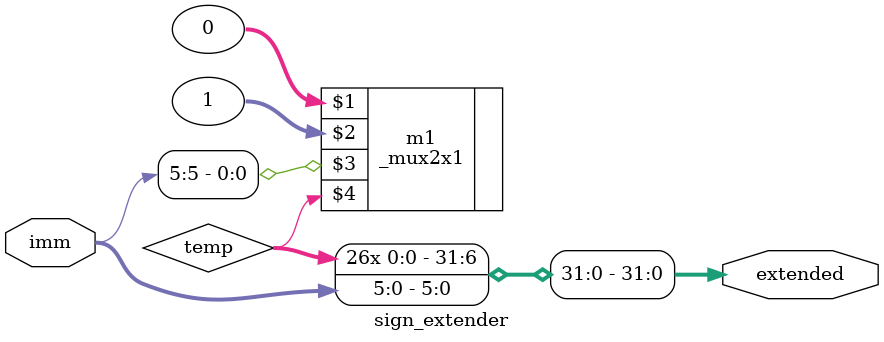
<source format=v>
module sign_extender(imm,extended);

input [5:0] imm;

output [32:0] extended;
	
	wire temp;

	_mux2x1 m1(0,1,imm[5],temp);

	
	or o1(extended[31],temp);
	or o2(extended[30],temp);
	or o3(extended[29],temp);
	or o4(extended[28],temp);
	or o5(extended[27],temp);
	or o6(extended[26],temp);
	or o7(extended[25],temp);
	or o8(extended[24],temp);
	or o9(extended[23],temp);
	or o10(extended[22],temp);
	or o11(extended[21],temp);
	or o12(extended[20],temp);
	or o13(extended[19],temp);
	or o14(extended[18],temp);
	or o15(extended[17],temp);
	or o16(extended[16],temp);

	or o17(extended[15],temp);
	or o18(extended[14],temp);
	or o19(extended[13],temp);
	or o20(extended[12],temp);
	or o21(extended[11],temp);
	or o22(extended[10],temp);
	or o23(extended[9],temp);
	or o24(extended[8],temp);
	or o25(extended[7],temp);
	or o26(extended[6],temp);
	or o27(extended[5],imm[5]);
	or o28(extended[4],imm[4]);
	or o29(extended[3],imm[3]);
	or o30(extended[2],imm[2]);
	or o31(extended[1],imm[1]);
	or o32(extended[0],imm[0]);






endmodule 
</source>
